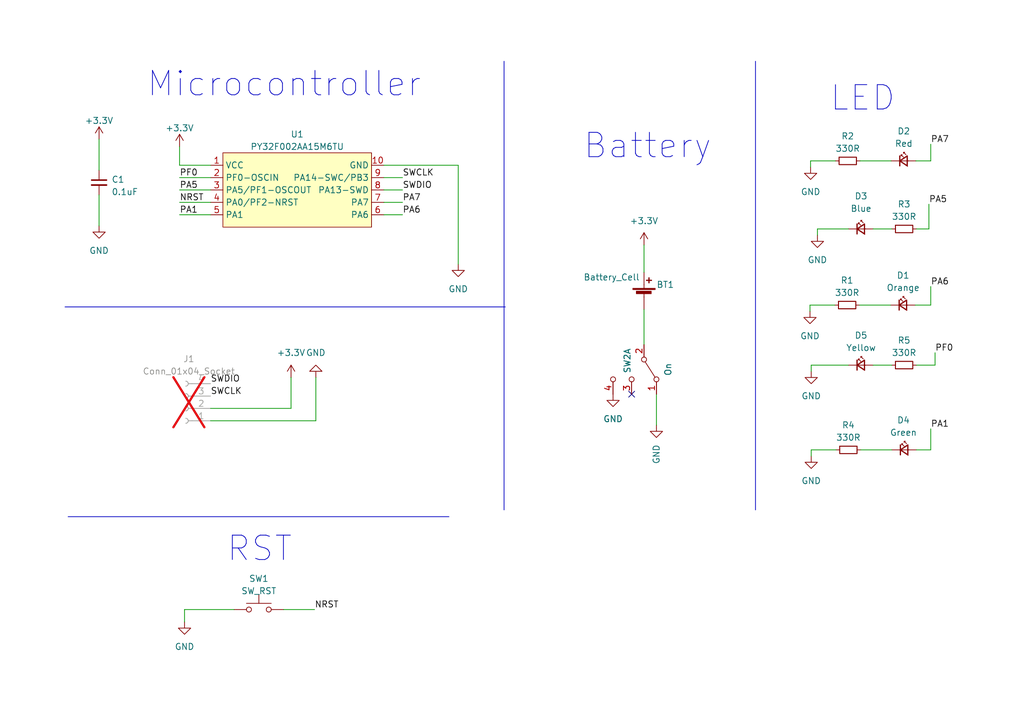
<source format=kicad_sch>
(kicad_sch (version 20250114) (generator "eeschema") (generator_version "9.0")
  (paper "A5")
  (lib_symbols
    (symbol "+3.3V_1" (power) (pin_numbers (hide yes)) (pin_names (offset 0) (hide yes))
      (property "Value" "+3.3V" (at 0 3.556 0))
      (symbol "+3.3V_1_0_1"
        (polyline (pts (xy -0.762 1.27) (xy 0 2.54)))
        (polyline (pts (xy 0 2.54) (xy 0.762 1.27)))
        (polyline (pts (xy 0 0) (xy 0 2.54)))
      )
      (symbol "+3.3V_1_1_1"
        (pin power_in line (at 0 0 90) (length 0) (name "~") (number "1"))
      )
    )
    (symbol "Connector:Conn_01x04_Socket" (pin_names (offset 1.016) (hide yes))
      (property "Reference" "J" (at 0 5.08 0))
      (property "Value" "Conn_01x04_Socket" (at 0 -7.62 0))
      (symbol "Conn_01x04_Socket_1_1"
        (polyline (pts (xy -1.27 2.54) (xy -0.508 2.54)) (stroke (width 0.1524)))
        (polyline (pts (xy -1.27 0) (xy -0.508 0)) (stroke (width 0.1524)))
        (polyline (pts (xy -1.27 -2.54) (xy -0.508 -2.54)) (stroke (width 0.1524)))
        (polyline (pts (xy -1.27 -5.08) (xy -0.508 -5.08)) (stroke (width 0.1524)))
        (arc (start 0 2.032) (mid -0.5058 2.54) (end 0 3.048) (stroke (width 0.1524)))
        (arc (start 0 -0.508) (mid -0.5058 0) (end 0 0.508) (stroke (width 0.1524)))
        (arc (start 0 -3.048) (mid -0.5058 -2.54) (end 0 -2.032) (stroke (width 0.1524)))
        (arc (start 0 -5.588) (mid -0.5058 -5.08) (end 0 -4.572) (stroke (width 0.1524)))
        (pin passive line (at -5.08 2.54 0) (length 3.81) (name "Pin_1") (number "1"))
        (pin passive line (at -5.08 0 0) (length 3.81) (name "Pin_2") (number "2"))
        (pin passive line (at -5.08 -2.54 0) (length 3.81) (name "Pin_3") (number "3"))
        (pin passive line (at -5.08 -5.08 0) (length 3.81) (name "Pin_4") (number "4"))
      )
    )
    (symbol "Device:Battery_Cell" (pin_numbers (hide yes)) (pin_names (offset 0) (hide yes))
      (property "Reference" "BT1" (at 2.54 2.54 0))
      (property "Value" "Battery_Cell" (at -12.446 4.064 0))
      (symbol "Battery_Cell_0_1"
        (rectangle (start -2.286 1.778) (end 2.286 1.524) (fill (type outline)))
        (rectangle (start -1.5748 1.1938) (end 1.4732 0.6858) (fill (type outline)))
        (polyline (pts (xy 0 1.778) (xy 0 2.54)))
        (polyline (pts (xy 0 0.762) (xy 0 0)))
        (polyline (pts (xy 0.508 3.429) (xy 1.524 3.429)) (stroke (width 0.254)))
        (polyline (pts (xy 1.016 3.937) (xy 1.016 2.921)) (stroke (width 0.254)))
      )
      (symbol "Battery_Cell_1_1"
        (pin passive line (at 0 5.08 270) (length 2.54) (name "+") (number "2"))
        (pin passive line (at 0 -2.54 90) (length 2.54) (name "-") (number "1"))
      )
    )
    (symbol "Device:C_Small" (pin_numbers (hide yes)) (pin_names (offset 0.254) (hide yes))
      (property "Reference" "C" (at 0.254 1.778 0))
      (property "Value" "C_Small" (at 0.254 -2.032 0))
      (symbol "C_Small_0_1"
        (polyline (pts (xy -1.524 0.508) (xy 1.524 0.508)) (stroke (width 0.3048)))
        (polyline (pts (xy -1.524 -0.508) (xy 1.524 -0.508)) (stroke (width 0.3302)))
      )
      (symbol "C_Small_1_1"
        (pin passive line (at 0 2.54 270) (length 2.032) (name "~") (number "1"))
        (pin passive line (at 0 -2.54 90) (length 2.032) (name "~") (number "2"))
      )
    )
    (symbol "Device:LED_Small" (pin_numbers (hide yes)) (pin_names (offset 0.254) (hide yes))
      (property "Reference" "D" (at -1.27 3.175 0))
      (property "Value" "LED_Small" (at -4.445 -2.54 0))
      (symbol "LED_Small_0_1"
        (polyline (pts (xy -0.762 -1.016) (xy -0.762 1.016)) (stroke (width 0.254)))
        (polyline (pts (xy 0 0.762) (xy -0.508 1.27) (xy -0.254 1.27) (xy -0.508 1.27) (xy -0.508 1.016)))
        (polyline (pts (xy 0.508 1.27) (xy 0 1.778) (xy 0.254 1.778) (xy 0 1.778) (xy 0 1.524)))
        (polyline (pts (xy 0.762 -1.016) (xy -0.762 0) (xy 0.762 1.016) (xy 0.762 -1.016)) (stroke (width 0.254)))
        (polyline (pts (xy 1.016 0) (xy -0.762 0)))
      )
      (symbol "LED_Small_1_1"
        (pin passive line (at -2.54 0 0) (length 1.778) (name "K") (number "1"))
        (pin passive line (at 2.54 0 180) (length 1.778) (name "A") (number "2"))
      )
    )
    (symbol "Device:R_Small" (pin_numbers (hide yes)) (pin_names (offset 0.254) (hide yes))
      (property "Reference" "R" (at 0.762 0.508 0))
      (property "Value" "R_Small" (at 0.762 -1.016 0))
      (symbol "R_Small_0_1"
        (rectangle (start -0.762 1.778) (end 0.762 -1.778) (stroke (width 0.2032)))
      )
      (symbol "R_Small_1_1"
        (pin passive line (at 0 2.54 270) (length 0.762) (name "~") (number "1"))
        (pin passive line (at 0 -2.54 90) (length 0.762) (name "~") (number "2"))
      )
    )
    (symbol "GND_1" (power) (pin_numbers (hide yes)) (pin_names (offset 0) (hide yes))
      (property "Value" "GND" (at 0 -3.81 0))
      (symbol "GND_1_0_1"
        (polyline (pts (xy 0 0) (xy 0 -1.27) (xy 1.27 -1.27) (xy 0 -2.54) (xy -1.27 -1.27) (xy 0 -1.27)))
      )
      (symbol "GND_1_1_1"
        (pin power_in line (at 0 0 270) (length 0) (name "~") (number "1"))
      )
    )
    (symbol "MCU_PY32F002:PY32F002AA15M6TU"
      (property "Reference" "U" (at 0 0 0))
      (property "Value" "PY32F002AA15M6TU" (at 6.35 -17.78 0))
      (symbol "PY32F002AA15M6TU_1_1"
        (rectangle (start -3.81 -1.27) (end 26.67 -16.51) (fill (type background)))
        (pin input line (at -6.35 -3.81 0) (length 2.54) (name "VCC") (number "1"))
        (pin input line (at -6.35 -6.35 0) (length 2.54) (name "PF0-OSCIN") (number "2"))
        (pin input line (at -6.35 -8.89 0) (length 2.54) (name "PA5/PF1-OSCOUT") (number "3"))
        (pin input line (at -6.35 -11.43 0) (length 2.54) (name "PA0/PF2-NRST") (number "4"))
        (pin input line (at -6.35 -13.97 0) (length 2.54) (name "PA1") (number "5"))
        (pin input line (at 29.21 -3.81 180) (length 2.54) (name "GND") (number "10"))
        (pin input line (at 29.21 -6.35 180) (length 2.54) (name "PA14-SWC/PB3") (number "9"))
        (pin input line (at 29.21 -8.89 180) (length 2.54) (name "PA13-SWD") (number "8"))
        (pin input line (at 29.21 -11.43 180) (length 2.54) (name "PA7") (number "7"))
        (pin input line (at 29.21 -13.97 180) (length 2.54) (name "PA6") (number "6"))
      )
    )
    (symbol "Switch:SW_DPDT_x2" (pin_names (offset 0) (hide yes))
      (property "Reference" "SW2" (at -1.778 -3.429 0))
      (property "Value" "On" (at 0 4.9276 0))
      (symbol "SW_DPDT_x2_0_0"
        (circle (center -2.032 0) (radius 0.508))
        (circle (center 2.032 -2.54) (radius 0.508))
        (circle (center 2.032 -6.35) (radius 0.508))
      )
      (symbol "SW_DPDT_x2_0_1"
        (polyline (pts (xy -1.524 0.254) (xy 1.651 2.286)))
        (circle (center 2.032 2.54) (radius 0.508))
      )
      (symbol "SW_DPDT_x2_1_1"
        (pin passive line (at -5.08 0 0) (length 2.54) (name "B") (number "2"))
        (pin passive line (at 5.08 2.54 180) (length 2.54) (name "A") (number "1"))
        (pin passive line (at 5.08 -2.54 180) (length 2.54) (name "C") (number "3"))
        (pin passive line (at 5.08 -6.35 180) (length 2.54) (name "C") (number "4"))
      )
      (symbol "SW_DPDT_x2_2_1"
        (pin passive line (at -5.08 0 0) (length 2.54) (name "B") (number "5"))
        (pin passive line (at 5.08 2.54 180) (length 2.54) (name "A") (number "4"))
        (pin passive line (at 5.08 -2.54 180) (length 2.54) (name "C") (number "6"))
      )
    )
    (symbol "Switch:SW_Push" (pin_numbers (hide yes)) (pin_names (offset 1.016) (hide yes))
      (property "Reference" "SW" (at 1.27 2.54 0))
      (property "Value" "SW_Push" (at 0 -1.524 0))
      (symbol "SW_Push_0_1"
        (circle (center -2.032 0) (radius 0.508))
        (polyline (pts (xy 0 1.27) (xy 0 3.048)))
        (circle (center 2.032 0) (radius 0.508))
        (polyline (pts (xy 2.54 1.27) (xy -2.54 1.27)))
        (pin passive line (at -5.08 0 0) (length 2.54) (name "1") (number "1"))
        (pin passive line (at 5.08 0 180) (length 2.54) (name "2") (number "2"))
      )
    )
    (symbol "power:+3.3V" (power) (pin_names (offset 0))
      (property "Value" "+3.3V" (at 0 3.556 0))
      (symbol "+3.3V_0_1"
        (polyline (pts (xy -0.762 1.27) (xy 0 2.54)))
        (polyline (pts (xy 0 2.54) (xy 0.762 1.27)))
        (polyline (pts (xy 0 0) (xy 0 2.54)))
      )
      (symbol "+3.3V_1_1"
        (pin power_in line (at 0 0 90) (length 0) (hide yes) (name "+3.3V") (number "1"))
      )
    )
    (symbol "power:GND" (power) (pin_names (offset 0))
      (property "Value" "GND" (at 0 -3.81 0))
      (symbol "GND_0_1"
        (polyline (pts (xy 0 0) (xy 0 -1.27) (xy 1.27 -1.27) (xy 0 -2.54) (xy -1.27 -1.27) (xy 0 -1.27)))
      )
      (symbol "GND_1_1"
        (pin power_in line (at 0 0 270) (length 0) (hide yes) (name "GND") (number "1"))
      )
    )
  )
  (text "LED\n" (at 170.053 23.241 0) (effects (font (size 5 5)) (justify left bottom)))
  (text "Battery" (at 119.507 33.02 0) (effects (font (size 5 5)) (justify left bottom)))
  (text "Microcontroller" (at 29.972 20.32 0) (effects (font (size 5 5)) (justify left bottom)))
  (text "RST" (at 46.355 115.697 0) (effects (font (size 5 5)) (justify left bottom)))
  (no_connect (at 129.54 80.899))
  (wire (pts (xy 78.74 38.989) (xy 82.55 38.989)))
  (wire (pts (xy 43.18 33.909) (xy 36.83 33.909)))
  (wire (pts (xy 20.32 40.005) (xy 20.32 46.355)))
  (wire (pts (xy 167.64 46.99) (xy 173.99 46.99)))
  (wire (pts (xy 48.006 125.095) (xy 37.846 125.095)))
  (polyline (pts (xy 154.94 12.573) (xy 154.94 104.648)))
  (wire (pts (xy 166.37 74.93) (xy 166.37 76.2)))
  (wire (pts (xy 171.45 92.329) (xy 166.37 92.329)))
  (wire (pts (xy 78.74 33.909) (xy 93.98 33.909)))
  (wire (pts (xy 166.116 62.611) (xy 166.116 63.881)))
  (wire (pts (xy 64.77 86.36) (xy 43.18 86.36)))
  (wire (pts (xy 36.83 44.069) (xy 43.18 44.069)))
  (wire (pts (xy 132.08 50.292) (xy 132.08 55.88)))
  (wire (pts (xy 59.69 77.47) (xy 59.69 83.82)))
  (wire (pts (xy 78.74 36.449) (xy 82.55 36.449)))
  (wire (pts (xy 166.37 92.329) (xy 166.37 93.599)))
  (wire (pts (xy 37.846 125.095) (xy 37.846 127.635)))
  (wire (pts (xy 171.323 33.02) (xy 166.243 33.02)))
  (wire (pts (xy 176.403 33.02) (xy 182.753 33.02)))
  (wire (pts (xy 190.5 41.91) (xy 190.5 46.99)))
  (wire (pts (xy 190.881 88.011) (xy 190.881 92.329)))
  (wire (pts (xy 190.881 92.329) (xy 187.96 92.329)))
  (wire (pts (xy 78.74 44.069) (xy 82.55 44.069)))
  (wire (pts (xy 173.99 74.93) (xy 166.37 74.93)))
  (wire (pts (xy 166.243 33.02) (xy 166.243 34.29)))
  (wire (pts (xy 36.83 33.909) (xy 36.83 30.099)))
  (wire (pts (xy 190.881 29.591) (xy 190.881 33.02)))
  (wire (pts (xy 167.64 46.99) (xy 167.64 48.26)))
  (wire (pts (xy 36.83 41.529) (xy 43.18 41.529)))
  (wire (pts (xy 58.166 125.095) (xy 64.516 125.095)))
  (wire (pts (xy 190.881 33.02) (xy 187.833 33.02)))
  (wire (pts (xy 171.196 62.611) (xy 166.116 62.611)))
  (wire (pts (xy 191.77 72.39) (xy 191.77 74.93)))
  (wire (pts (xy 59.69 83.82) (xy 43.18 83.82)))
  (polyline (pts (xy 13.335 62.992) (xy 103.632 62.992)))
  (wire (pts (xy 176.53 92.329) (xy 182.88 92.329)))
  (polyline (pts (xy 13.97 106.045) (xy 92.075 106.045)))
  (wire (pts (xy 190.881 58.801) (xy 190.881 62.611)))
  (wire (pts (xy 176.276 62.611) (xy 182.626 62.611)))
  (wire (pts (xy 190.881 62.611) (xy 187.706 62.611)))
  (wire (pts (xy 179.07 74.93) (xy 182.88 74.93)))
  (polyline (pts (xy 103.378 12.573) (xy 103.378 104.648)))
  (wire (pts (xy 191.77 74.93) (xy 187.96 74.93)))
  (wire (pts (xy 134.62 80.899) (xy 134.62 87.249)))
  (wire (pts (xy 36.83 38.989) (xy 43.18 38.989)))
  (wire (pts (xy 132.08 63.5) (xy 132.08 70.739)))
  (wire (pts (xy 36.83 36.449) (xy 43.18 36.449)))
  (wire (pts (xy 179.07 46.99) (xy 182.88 46.99)))
  (wire (pts (xy 64.77 77.47) (xy 64.77 86.36)))
  (wire (pts (xy 78.74 41.529) (xy 82.55 41.529)))
  (wire (pts (xy 20.32 28.575) (xy 20.32 34.925)))
  (wire (pts (xy 187.96 46.99) (xy 190.5 46.99)))
  (wire (pts (xy 93.98 33.909) (xy 93.98 54.229)))
  (label "SWDIO" (at 43.18 78.74 0))
  (label "PA1" (at 36.83 44.069 0))
  (label "PA7" (at 82.55 41.529 0))
  (label "NRST" (at 36.83 41.529 0))
  (label "PA7" (at 190.881 29.591 0))
  (label "PA6" (at 190.881 58.801 0))
  (label "PA5" (at 36.83 38.989 0))
  (label "PF0" (at 191.77 72.39 0))
  (label "SWDIO" (at 82.55 38.989 0))
  (label "PA5" (at 190.5 41.91 0))
  (label "PA1" (at 190.881 88.011 0))
  (label "NRST" (at 64.516 125.095 0))
  (label "SWCLK" (at 43.18 81.28 0))
  (label "PF0" (at 36.83 36.449 0))
  (label "SWCLK" (at 82.55 36.449 0))
  (label "PA6" (at 82.55 44.069 0))
  (symbol (lib_id "Connector:Conn_01x04_Socket") (at 38.1 83.82 180) (unit 1) (dnp yes)
    (property "Reference" "J1" (at 38.735 73.66 0))
    (property "Value" "Conn_01x04_Socket" (at 38.735 76.2 0))
    (property "Footprint" "Connector_PinHeader_2.54mm:PinHeader_1x04_P2.54mm_Vertical" (effects (hide yes)))
    (property "Description" "Generic connector, single row, 01x04, script generated" (effects (hide yes)))
  )
  (symbol (lib_id "power:GND") (at 166.37 93.599 0) (unit 1)
    (property "Reference" "#PWR014" (effects (hide yes)))
    (property "Value" "GND" (at 166.37 98.679 0))
  )
  (symbol (lib_id "Device:LED_Small") (at 176.53 74.93 0) (unit 1)
    (property "Reference" "D5" (at 176.5935 68.834 0))
    (property "Value" "Yellow" (at 176.5935 71.374 0))
    (property "Footprint" "LED_SMD:LED_0805_2012Metric" (effects (hide yes)))
    (property "LCSC#" "C84261" (effects (hide yes)))
  )
  (symbol (lib_id "Device:Battery_Cell") (at 132.08 60.96 0) (unit 1)
    (property "Reference" "BT1" (at 134.62 58.42 0) (effects (justify left)))
    (property "Value" "Battery_Cell" (at 119.634 56.896 0) (effects (justify left)))
    (property "Footprint" "Library:BAT-HLD-001" (effects (hide yes)))
    (property "LCSC#" "C964833" (effects (hide yes)))
  )
  (symbol (lib_id "Device:R_Small") (at 173.736 62.611 90) (unit 1)
    (property "Reference" "R1" (at 173.736 57.531 90))
    (property "Value" "330R" (at 173.736 60.071 90))
    (property "Footprint" "Resistor_SMD:R_0805_2012Metric" (effects (hide yes)))
    (property "LCSC#" "C119075" (effects (hide yes)))
  )
  (symbol (lib_id "Device:LED_Small") (at 185.42 92.329 0) (unit 1)
    (property "Reference" "D4" (at 185.293 86.233 0))
    (property "Value" "Green" (at 185.293 88.773 0))
    (property "Footprint" "LED_SMD:LED_0805_2012Metric" (effects (hide yes)))
    (property "LCSC#" "C965815" (effects (hide yes)))
  )
  (symbol (lib_name "GND_1") (lib_id "power:GND") (at 64.77 77.47 180) (unit 1)
    (property "Reference" "#PWR05" (effects (hide yes)))
    (property "Value" "GND" (at 64.77 72.39 0))
    (property "Description" "Power symbol creates a global label with name \"GND\" , ground" (effects (hide yes)))
  )
  (symbol (lib_id "power:+3.3V") (at 132.08 50.292 0) (unit 1)
    (property "Reference" "#PWR09" (effects (hide yes)))
    (property "Value" "+3.3V" (at 132.08 45.339 0))
  )
  (symbol (lib_id "power:GND") (at 37.846 127.635 0) (unit 1)
    (property "Reference" "#PWR04" (effects (hide yes)))
    (property "Value" "GND" (at 37.846 132.715 0))
  )
  (symbol (lib_id "power:GND") (at 125.73 80.899 0) (unit 1)
    (property "Reference" "#PWR08" (effects (hide yes)))
    (property "Value" "GND" (at 125.73 85.979 0))
  )
  (symbol (lib_id "Switch:SW_DPDT_x2") (at 132.08 75.819 270) (unit 1)
    (property "Reference" "SW2" (at 128.651 74.041 0))
    (property "Value" "On" (at 137.0076 75.819 0))
    (property "Footprint" "Library:MSK12C02" (effects (hide yes)))
    (property "LCSC#" "C431540" (effects (hide yes)))
  )
  (symbol (lib_id "power:GND") (at 166.37 76.2 0) (unit 1)
    (property "Reference" "#PWR015" (effects (hide yes)))
    (property "Value" "GND" (at 166.37 81.28 0))
  )
  (symbol (lib_id "power:+3.3V") (at 36.83 30.099 0) (unit 1)
    (property "Reference" "#PWR03" (effects (hide yes)))
    (property "Value" "+3.3V" (at 36.83 26.289 0))
  )
  (symbol (lib_name "+3.3V_1") (lib_id "power:+3.3V") (at 59.69 77.47 0) (unit 1)
    (property "Reference" "#PWR06" (effects (hide yes)))
    (property "Value" "+3.3V" (at 59.69 72.39 0))
    (property "Description" "Power symbol creates a global label with name \"+3.3V\"" (effects (hide yes)))
  )
  (symbol (lib_id "power:GND") (at 93.98 54.229 0) (unit 1)
    (property "Reference" "#PWR07" (effects (hide yes)))
    (property "Value" "GND" (at 93.98 59.309 0))
  )
  (symbol (lib_id "MCU_PY32F002:PY32F002AA15M6TU") (at 49.53 30.099 0) (unit 1)
    (property "Reference" "U1" (at 60.96 27.559 0))
    (property "Value" "PY32F002AA15M6TU" (at 60.96 30.099 0))
    (property "Footprint" "Library:PY32F002AA15M" (effects (hide yes)))
    (property "Datasheet" "https://datasheet.lcsc.com/lcsc/2303271200_PUYA--PY32F002AA15M6TU_C5292058.pdf" (effects (hide yes)))
    (property "LCSC#" "C5292058" (effects (hide yes)))
  )
  (symbol (lib_id "Device:R_Small") (at 173.863 33.02 90) (unit 1)
    (property "Reference" "R2" (at 173.863 27.94 90))
    (property "Value" "330R" (at 173.863 30.48 90))
    (property "Footprint" "Resistor_SMD:R_0805_2012Metric" (effects (hide yes)))
    (property "LCSC#" "C119075" (effects (hide yes)))
  )
  (symbol (lib_id "power:GND") (at 20.32 46.355 0) (unit 1)
    (property "Reference" "#PWR02" (effects (hide yes)))
    (property "Value" "GND" (at 20.32 51.435 0))
  )
  (symbol (lib_id "Device:LED_Small") (at 176.53 46.99 0) (unit 1)
    (property "Reference" "D3" (at 176.5935 40.259 0))
    (property "Value" "Blue" (at 176.5935 42.799 0))
    (property "Footprint" "LED_SMD:LED_0805_2012Metric" (effects (hide yes)))
    (property "LCSC#" "C205441" (effects (hide yes)))
  )
  (symbol (lib_id "Device:C_Small") (at 20.32 37.465 0) (unit 1)
    (property "Reference" "C1" (at 22.86 36.8363 0) (effects (justify left)))
    (property "Value" "0.1uF" (at 22.86 39.3763 0) (effects (justify left)))
    (property "Footprint" "Capacitor_SMD:C_0805_2012Metric" (effects (hide yes)))
    (property "LCSC#" "C235731" (effects (hide yes)))
  )
  (symbol (lib_id "Device:LED_Small") (at 185.166 62.611 0) (unit 1)
    (property "Reference" "D1" (at 185.2295 56.515 0))
    (property "Value" "Orange" (at 185.2295 59.055 0))
    (property "Footprint" "LED_SMD:LED_0805_2012Metric" (effects (hide yes)))
    (property "LCSC#" "C434437" (effects (hide yes)))
  )
  (symbol (lib_id "power:GND") (at 166.116 63.881 0) (unit 1)
    (property "Reference" "#PWR011" (effects (hide yes)))
    (property "Value" "GND" (at 166.116 68.961 0))
  )
  (symbol (lib_id "power:GND") (at 166.243 34.29 0) (unit 1)
    (property "Reference" "#PWR012" (effects (hide yes)))
    (property "Value" "GND" (at 166.243 39.37 0))
  )
  (symbol (lib_id "Device:LED_Small") (at 185.293 33.02 0) (unit 1)
    (property "Reference" "D2" (at 185.3565 26.924 0))
    (property "Value" "Red" (at 185.3565 29.464 0))
    (property "Footprint" "LED_SMD:LED_0805_2012Metric" (effects (hide yes)))
    (property "LCSC#" "C965812" (effects (hide yes)))
  )
  (symbol (lib_id "power:+3.3V") (at 20.32 28.575 0) (unit 1)
    (property "Reference" "#PWR01" (effects (hide yes)))
    (property "Value" "+3.3V" (at 20.32 24.765 0))
  )
  (symbol (lib_id "Device:R_Small") (at 185.42 46.99 90) (unit 1)
    (property "Reference" "R3" (at 185.42 41.91 90))
    (property "Value" "330R" (at 185.42 44.45 90))
    (property "Footprint" "Resistor_SMD:R_0805_2012Metric" (effects (hide yes)))
    (property "LCSC#" "C119075" (effects (hide yes)))
  )
  (symbol (lib_id "power:GND") (at 134.62 87.249 0) (unit 1)
    (property "Reference" "#PWR010" (effects (hide yes)))
    (property "Value" "GND" (at 134.62 91.186 90) (effects (justify right)))
  )
  (symbol (lib_id "power:GND") (at 167.64 48.26 0) (unit 1)
    (property "Reference" "#PWR013" (effects (hide yes)))
    (property "Value" "GND" (at 167.64 53.34 0))
  )
  (symbol (lib_id "Switch:SW_Push") (at 53.086 125.095 0) (unit 1)
    (property "Reference" "SW1" (at 53.086 118.745 0))
    (property "Value" "SW_RST" (at 53.086 121.285 0))
    (property "Footprint" "Button_Switch_SMD:SW_SPST_TL3342" (effects (hide yes)))
    (property "LCSC#" "C318889" (effects (hide yes)))
  )
  (symbol (lib_id "Device:R_Small") (at 185.42 74.93 90) (unit 1)
    (property "Reference" "R5" (at 185.42 69.85 90))
    (property "Value" "330R" (at 185.42 72.39 90))
    (property "Footprint" "Resistor_SMD:R_0805_2012Metric" (effects (hide yes)))
    (property "LCSC#" "C119075" (effects (hide yes)))
  )
  (symbol (lib_id "Device:R_Small") (at 173.99 92.329 90) (unit 1)
    (property "Reference" "R4" (at 173.99 87.249 90))
    (property "Value" "330R" (at 173.99 89.789 90))
    (property "Footprint" "Resistor_SMD:R_0805_2012Metric" (effects (hide yes)))
    (property "LCSC#" "C119075" (effects (hide yes)))
  )
)
</source>
